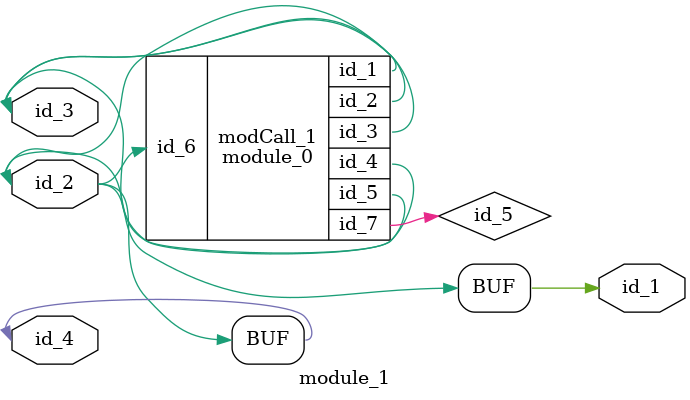
<source format=v>
module module_0 (
    id_1,
    id_2,
    id_3,
    id_4,
    id_5,
    id_6,
    id_7
);
  output wire id_7;
  input wire id_6;
  inout wire id_5;
  inout wire id_4;
  inout wire id_3;
  output wire id_2;
  output wire id_1;
  wire id_8;
endmodule
module module_1 (
    id_1,
    id_2,
    id_3,
    id_4
);
  inout wire id_4;
  inout wire id_3;
  input wire id_2;
  output wire id_1;
  assign id_4 = id_2;
  assign id_1 = id_2;
  wire id_5;
  wire id_6;
  module_0 modCall_1 (
      id_3,
      id_1,
      id_3,
      id_4,
      id_3,
      id_4,
      id_5
  );
endmodule

</source>
